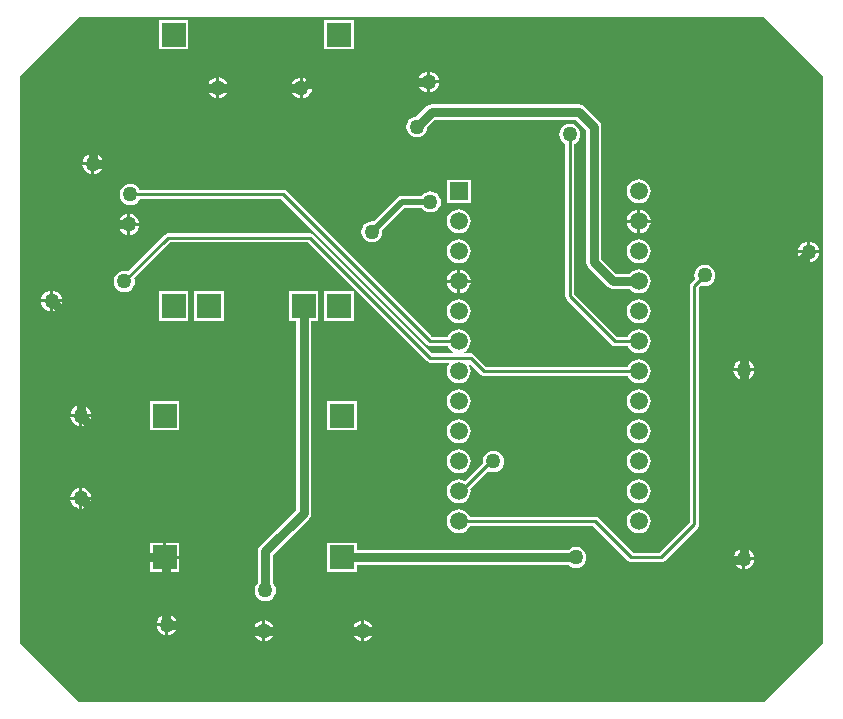
<source format=gbl>
G04*
G04 #@! TF.GenerationSoftware,Altium Limited,Altium Designer,19.0.9 (268)*
G04*
G04 Layer_Physical_Order=2*
G04 Layer_Color=16711680*
%FSLAX25Y25*%
%MOIN*%
G70*
G01*
G75*
%ADD13C,0.01000*%
%ADD32C,0.02000*%
%ADD33C,0.03000*%
%ADD34C,0.05906*%
%ADD35R,0.05906X0.05906*%
%ADD36R,0.07874X0.07874*%
%ADD37C,0.05000*%
G36*
X247780Y230660D02*
Y230650D01*
X267450Y210980D01*
Y22020D01*
X247770Y2340D01*
X19430D01*
Y2350D01*
X-240Y22020D01*
Y210990D01*
X19440Y230670D01*
X247780Y230660D01*
D02*
G37*
%LPC*%
G36*
X110996Y229713D02*
X101122D01*
Y219839D01*
X110996D01*
Y229713D01*
D02*
G37*
G36*
X55878D02*
X46004D01*
Y219839D01*
X55878D01*
Y229713D01*
D02*
G37*
G36*
X136409Y212464D02*
Y209500D01*
X139374D01*
X139319Y209914D01*
X138967Y210765D01*
X138406Y211496D01*
X137674Y212057D01*
X136823Y212410D01*
X136409Y212464D01*
D02*
G37*
G36*
X135409D02*
X134996Y212410D01*
X134144Y212057D01*
X133413Y211496D01*
X132852Y210765D01*
X132500Y209914D01*
X132445Y209500D01*
X135409D01*
Y212464D01*
D02*
G37*
G36*
X94000Y210464D02*
Y207500D01*
X96964D01*
X96910Y207914D01*
X96557Y208765D01*
X95996Y209496D01*
X95265Y210057D01*
X94414Y210410D01*
X94000Y210464D01*
D02*
G37*
G36*
X93000D02*
X92586Y210410D01*
X91735Y210057D01*
X91004Y209496D01*
X90443Y208765D01*
X90090Y207914D01*
X90036Y207500D01*
X93000D01*
Y210464D01*
D02*
G37*
G36*
X66220D02*
Y207500D01*
X69185D01*
X69130Y207914D01*
X68778Y208765D01*
X68217Y209496D01*
X67486Y210057D01*
X66634Y210410D01*
X66220Y210464D01*
D02*
G37*
G36*
X65220D02*
X64807Y210410D01*
X63955Y210057D01*
X63224Y209496D01*
X62663Y208765D01*
X62311Y207914D01*
X62256Y207500D01*
X65220D01*
Y210464D01*
D02*
G37*
G36*
X139374Y208500D02*
X136409D01*
Y205536D01*
X136823Y205590D01*
X137674Y205943D01*
X138406Y206504D01*
X138967Y207235D01*
X139319Y208086D01*
X139374Y208500D01*
D02*
G37*
G36*
X135409D02*
X132445D01*
X132500Y208086D01*
X132852Y207235D01*
X133413Y206504D01*
X134144Y205943D01*
X134996Y205590D01*
X135409Y205536D01*
Y208500D01*
D02*
G37*
G36*
X96964Y206500D02*
X94000D01*
Y203536D01*
X94414Y203590D01*
X95265Y203943D01*
X95996Y204504D01*
X96557Y205235D01*
X96910Y206086D01*
X96964Y206500D01*
D02*
G37*
G36*
X93000D02*
X90036D01*
X90090Y206086D01*
X90443Y205235D01*
X91004Y204504D01*
X91735Y203943D01*
X92586Y203590D01*
X93000Y203536D01*
Y206500D01*
D02*
G37*
G36*
X69185D02*
X66220D01*
Y203536D01*
X66634Y203590D01*
X67486Y203943D01*
X68217Y204504D01*
X68778Y205235D01*
X69130Y206086D01*
X69185Y206500D01*
D02*
G37*
G36*
X65220D02*
X62256D01*
X62311Y206086D01*
X62663Y205235D01*
X63224Y204504D01*
X63955Y203943D01*
X64807Y203590D01*
X65220Y203536D01*
Y206500D01*
D02*
G37*
G36*
X24500Y185181D02*
Y182217D01*
X27464D01*
X27410Y182630D01*
X27057Y183482D01*
X26496Y184213D01*
X25765Y184774D01*
X24914Y185126D01*
X24500Y185181D01*
D02*
G37*
G36*
X23500D02*
X23086Y185126D01*
X22235Y184774D01*
X21504Y184213D01*
X20943Y183482D01*
X20590Y182630D01*
X20536Y182217D01*
X23500D01*
Y185181D01*
D02*
G37*
G36*
X27464Y181217D02*
X24500D01*
Y178252D01*
X24914Y178307D01*
X25765Y178659D01*
X26496Y179220D01*
X27057Y179951D01*
X27410Y180803D01*
X27464Y181217D01*
D02*
G37*
G36*
X23500D02*
X20536D01*
X20590Y180803D01*
X20943Y179951D01*
X21504Y179220D01*
X22235Y178659D01*
X23086Y178307D01*
X23500Y178252D01*
Y181217D01*
D02*
G37*
G36*
X136500Y172530D02*
X135586Y172410D01*
X134735Y172057D01*
X134004Y171496D01*
X133653Y171039D01*
X127000D01*
X127000Y171039D01*
X126220Y170884D01*
X125558Y170442D01*
X125558Y170442D01*
X117571Y162455D01*
X117000Y162530D01*
X116086Y162410D01*
X115235Y162057D01*
X114504Y161496D01*
X113943Y160765D01*
X113590Y159914D01*
X113470Y159000D01*
X113590Y158086D01*
X113943Y157235D01*
X114504Y156504D01*
X115235Y155943D01*
X116086Y155590D01*
X117000Y155470D01*
X117914Y155590D01*
X118765Y155943D01*
X119496Y156504D01*
X120057Y157235D01*
X120410Y158086D01*
X120530Y159000D01*
X120455Y159571D01*
X127845Y166961D01*
X133653D01*
X134004Y166504D01*
X134735Y165943D01*
X135586Y165590D01*
X136500Y165470D01*
X137414Y165590D01*
X138265Y165943D01*
X138996Y166504D01*
X139557Y167235D01*
X139910Y168086D01*
X140030Y169000D01*
X139910Y169914D01*
X139557Y170765D01*
X138996Y171496D01*
X138265Y172057D01*
X137414Y172410D01*
X136500Y172530D01*
D02*
G37*
G36*
X149953Y176453D02*
X142047D01*
Y168547D01*
X149953D01*
Y176453D01*
D02*
G37*
G36*
X206000Y176487D02*
X204968Y176351D01*
X204007Y175953D01*
X203181Y175319D01*
X202547Y174493D01*
X202149Y173532D01*
X202013Y172500D01*
X202149Y171468D01*
X202547Y170507D01*
X203181Y169681D01*
X204007Y169047D01*
X204968Y168649D01*
X206000Y168513D01*
X207032Y168649D01*
X207993Y169047D01*
X208819Y169681D01*
X209453Y170507D01*
X209851Y171468D01*
X209987Y172500D01*
X209851Y173532D01*
X209453Y174493D01*
X208819Y175319D01*
X207993Y175953D01*
X207032Y176351D01*
X206000Y176487D01*
D02*
G37*
G36*
X206500Y166421D02*
Y163000D01*
X209921D01*
X209851Y163532D01*
X209453Y164493D01*
X208819Y165319D01*
X207993Y165953D01*
X207032Y166351D01*
X206500Y166421D01*
D02*
G37*
G36*
X205500D02*
X204968Y166351D01*
X204007Y165953D01*
X203181Y165319D01*
X202547Y164493D01*
X202149Y163532D01*
X202079Y163000D01*
X205500D01*
Y166421D01*
D02*
G37*
G36*
X36500Y164964D02*
Y162000D01*
X39464D01*
X39410Y162414D01*
X39057Y163265D01*
X38496Y163996D01*
X37765Y164557D01*
X36914Y164910D01*
X36500Y164964D01*
D02*
G37*
G36*
X35500D02*
X35086Y164910D01*
X34235Y164557D01*
X33504Y163996D01*
X32943Y163265D01*
X32590Y162414D01*
X32536Y162000D01*
X35500D01*
Y164964D01*
D02*
G37*
G36*
X209921Y162000D02*
X206500D01*
Y158579D01*
X207032Y158649D01*
X207993Y159047D01*
X208819Y159681D01*
X209453Y160507D01*
X209851Y161468D01*
X209921Y162000D01*
D02*
G37*
G36*
X205500D02*
X202079D01*
X202149Y161468D01*
X202547Y160507D01*
X203181Y159681D01*
X204007Y159047D01*
X204968Y158649D01*
X205500Y158579D01*
Y162000D01*
D02*
G37*
G36*
X146000Y166487D02*
X144968Y166351D01*
X144007Y165953D01*
X143181Y165319D01*
X142547Y164493D01*
X142149Y163532D01*
X142013Y162500D01*
X142149Y161468D01*
X142547Y160507D01*
X143181Y159681D01*
X144007Y159047D01*
X144968Y158649D01*
X146000Y158513D01*
X147032Y158649D01*
X147993Y159047D01*
X148819Y159681D01*
X149453Y160507D01*
X149851Y161468D01*
X149987Y162500D01*
X149851Y163532D01*
X149453Y164493D01*
X148819Y165319D01*
X147993Y165953D01*
X147032Y166351D01*
X146000Y166487D01*
D02*
G37*
G36*
X39464Y161000D02*
X36500D01*
Y158036D01*
X36914Y158090D01*
X37765Y158443D01*
X38496Y159004D01*
X39057Y159735D01*
X39410Y160586D01*
X39464Y161000D01*
D02*
G37*
G36*
X35500D02*
X32536D01*
X32590Y160586D01*
X32943Y159735D01*
X33504Y159004D01*
X34235Y158443D01*
X35086Y158090D01*
X35500Y158036D01*
Y161000D01*
D02*
G37*
G36*
X263126Y155838D02*
Y152874D01*
X266090D01*
X266036Y153288D01*
X265683Y154139D01*
X265122Y154870D01*
X264391Y155431D01*
X263540Y155784D01*
X263126Y155838D01*
D02*
G37*
G36*
X262126D02*
X261712Y155784D01*
X260861Y155431D01*
X260130Y154870D01*
X259569Y154139D01*
X259216Y153288D01*
X259162Y152874D01*
X262126D01*
Y155838D01*
D02*
G37*
G36*
X266090Y151874D02*
X263126D01*
Y148910D01*
X263540Y148964D01*
X264391Y149317D01*
X265122Y149878D01*
X265683Y150609D01*
X266036Y151460D01*
X266090Y151874D01*
D02*
G37*
G36*
X262126D02*
X259162D01*
X259216Y151460D01*
X259569Y150609D01*
X260130Y149878D01*
X260861Y149317D01*
X261712Y148964D01*
X262126Y148910D01*
Y151874D01*
D02*
G37*
G36*
X206000Y156487D02*
X204968Y156351D01*
X204007Y155953D01*
X203181Y155319D01*
X202547Y154493D01*
X202149Y153532D01*
X202013Y152500D01*
X202149Y151468D01*
X202547Y150507D01*
X203181Y149681D01*
X204007Y149047D01*
X204968Y148649D01*
X206000Y148513D01*
X207032Y148649D01*
X207993Y149047D01*
X208819Y149681D01*
X209453Y150507D01*
X209851Y151468D01*
X209987Y152500D01*
X209851Y153532D01*
X209453Y154493D01*
X208819Y155319D01*
X207993Y155953D01*
X207032Y156351D01*
X206000Y156487D01*
D02*
G37*
G36*
X146000D02*
X144968Y156351D01*
X144007Y155953D01*
X143181Y155319D01*
X142547Y154493D01*
X142149Y153532D01*
X142013Y152500D01*
X142149Y151468D01*
X142547Y150507D01*
X143181Y149681D01*
X144007Y149047D01*
X144968Y148649D01*
X146000Y148513D01*
X147032Y148649D01*
X147993Y149047D01*
X148819Y149681D01*
X149453Y150507D01*
X149851Y151468D01*
X149987Y152500D01*
X149851Y153532D01*
X149453Y154493D01*
X148819Y155319D01*
X147993Y155953D01*
X147032Y156351D01*
X146000Y156487D01*
D02*
G37*
G36*
X146500Y146421D02*
Y143000D01*
X149921D01*
X149851Y143532D01*
X149453Y144493D01*
X148819Y145319D01*
X147993Y145953D01*
X147032Y146351D01*
X146500Y146421D01*
D02*
G37*
G36*
X145500D02*
X144968Y146351D01*
X144007Y145953D01*
X143181Y145319D01*
X142547Y144493D01*
X142149Y143532D01*
X142079Y143000D01*
X145500D01*
Y146421D01*
D02*
G37*
G36*
X228000Y148030D02*
X227086Y147910D01*
X226235Y147557D01*
X225504Y146996D01*
X224943Y146265D01*
X224590Y145414D01*
X224470Y144500D01*
X224590Y143586D01*
X224688Y143351D01*
X223419Y142081D01*
X223087Y141585D01*
X222971Y141000D01*
Y62134D01*
X212866Y52029D01*
X204134D01*
X192581Y63581D01*
X192085Y63913D01*
X191500Y64029D01*
X149645D01*
X149453Y64493D01*
X148819Y65319D01*
X147993Y65953D01*
X147032Y66351D01*
X146000Y66487D01*
X144968Y66351D01*
X144007Y65953D01*
X143181Y65319D01*
X142547Y64493D01*
X142149Y63532D01*
X142013Y62500D01*
X142149Y61468D01*
X142547Y60507D01*
X143181Y59681D01*
X144007Y59047D01*
X144968Y58649D01*
X146000Y58513D01*
X147032Y58649D01*
X147993Y59047D01*
X148819Y59681D01*
X149453Y60507D01*
X149645Y60971D01*
X190866D01*
X202419Y49419D01*
X202915Y49087D01*
X203500Y48971D01*
X213500D01*
X214085Y49087D01*
X214581Y49419D01*
X225581Y60419D01*
X225913Y60915D01*
X226029Y61500D01*
Y140366D01*
X226851Y141188D01*
X227086Y141090D01*
X228000Y140970D01*
X228914Y141090D01*
X229765Y141443D01*
X230496Y142004D01*
X231057Y142735D01*
X231410Y143586D01*
X231530Y144500D01*
X231410Y145414D01*
X231057Y146265D01*
X230496Y146996D01*
X229765Y147557D01*
X228914Y147910D01*
X228000Y148030D01*
D02*
G37*
G36*
X149921Y142000D02*
X146500D01*
Y138579D01*
X147032Y138649D01*
X147993Y139047D01*
X148819Y139681D01*
X149453Y140507D01*
X149851Y141468D01*
X149921Y142000D01*
D02*
G37*
G36*
X145500D02*
X142079D01*
X142149Y141468D01*
X142547Y140507D01*
X143181Y139681D01*
X144007Y139047D01*
X144968Y138649D01*
X145500Y138579D01*
Y142000D01*
D02*
G37*
G36*
X186000Y201549D02*
X137000D01*
X136024Y201355D01*
X135198Y200802D01*
X131914Y197519D01*
X131086Y197410D01*
X130235Y197057D01*
X129504Y196496D01*
X128943Y195765D01*
X128590Y194914D01*
X128470Y194000D01*
X128590Y193086D01*
X128943Y192235D01*
X129504Y191504D01*
X130235Y190943D01*
X131086Y190590D01*
X132000Y190470D01*
X132914Y190590D01*
X133765Y190943D01*
X134496Y191504D01*
X135057Y192235D01*
X135410Y193086D01*
X135519Y193914D01*
X138056Y196451D01*
X184944D01*
X188451Y192944D01*
Y149000D01*
X188645Y148024D01*
X189198Y147198D01*
X195698Y140698D01*
X196525Y140145D01*
X197500Y139951D01*
X202974D01*
X203181Y139681D01*
X204007Y139047D01*
X204968Y138649D01*
X206000Y138513D01*
X207032Y138649D01*
X207993Y139047D01*
X208819Y139681D01*
X209453Y140507D01*
X209851Y141468D01*
X209987Y142500D01*
X209851Y143532D01*
X209453Y144493D01*
X208819Y145319D01*
X207993Y145953D01*
X207032Y146351D01*
X206000Y146487D01*
X204968Y146351D01*
X204007Y145953D01*
X203181Y145319D01*
X202974Y145049D01*
X198556D01*
X193549Y150056D01*
Y194000D01*
X193355Y194975D01*
X192802Y195802D01*
X187802Y200802D01*
X186976Y201355D01*
X186000Y201549D01*
D02*
G37*
G36*
X10789Y139464D02*
Y136500D01*
X13753D01*
X13699Y136914D01*
X13346Y137765D01*
X12785Y138496D01*
X12054Y139057D01*
X11202Y139410D01*
X10789Y139464D01*
D02*
G37*
G36*
X9789D02*
X9375Y139410D01*
X8523Y139057D01*
X7792Y138496D01*
X7231Y137765D01*
X6879Y136914D01*
X6824Y136500D01*
X9789D01*
Y139464D01*
D02*
G37*
G36*
X13753Y135500D02*
X10789D01*
Y132536D01*
X11202Y132590D01*
X12054Y132943D01*
X12785Y133504D01*
X13346Y134235D01*
X13699Y135086D01*
X13753Y135500D01*
D02*
G37*
G36*
X9789D02*
X6824D01*
X6879Y135086D01*
X7231Y134235D01*
X7792Y133504D01*
X8523Y132943D01*
X9375Y132590D01*
X9789Y132536D01*
Y135500D01*
D02*
G37*
G36*
X110996Y139161D02*
X101122D01*
Y129287D01*
X110996D01*
Y139161D01*
D02*
G37*
G36*
X67689D02*
X57815D01*
Y129287D01*
X67689D01*
Y139161D01*
D02*
G37*
G36*
X55878D02*
X46004D01*
Y129287D01*
X55878D01*
Y139161D01*
D02*
G37*
G36*
X206000Y136487D02*
X204968Y136351D01*
X204007Y135953D01*
X203181Y135319D01*
X202547Y134493D01*
X202149Y133532D01*
X202013Y132500D01*
X202149Y131468D01*
X202547Y130507D01*
X203181Y129681D01*
X204007Y129047D01*
X204968Y128649D01*
X206000Y128513D01*
X207032Y128649D01*
X207993Y129047D01*
X208819Y129681D01*
X209453Y130507D01*
X209851Y131468D01*
X209987Y132500D01*
X209851Y133532D01*
X209453Y134493D01*
X208819Y135319D01*
X207993Y135953D01*
X207032Y136351D01*
X206000Y136487D01*
D02*
G37*
G36*
X146000D02*
X144968Y136351D01*
X144007Y135953D01*
X143181Y135319D01*
X142547Y134493D01*
X142149Y133532D01*
X142013Y132500D01*
X142149Y131468D01*
X142547Y130507D01*
X143181Y129681D01*
X144007Y129047D01*
X144968Y128649D01*
X146000Y128513D01*
X147032Y128649D01*
X147993Y129047D01*
X148819Y129681D01*
X149453Y130507D01*
X149851Y131468D01*
X149987Y132500D01*
X149851Y133532D01*
X149453Y134493D01*
X148819Y135319D01*
X147993Y135953D01*
X147032Y136351D01*
X146000Y136487D01*
D02*
G37*
G36*
X183000Y195030D02*
X182086Y194910D01*
X181235Y194557D01*
X180504Y193996D01*
X179943Y193265D01*
X179590Y192414D01*
X179470Y191500D01*
X179590Y190586D01*
X179943Y189735D01*
X180504Y189004D01*
X181235Y188443D01*
X181471Y188345D01*
Y137500D01*
X181587Y136915D01*
X181919Y136419D01*
X196919Y121419D01*
X197415Y121087D01*
X198000Y120971D01*
X202355D01*
X202547Y120507D01*
X203181Y119681D01*
X204007Y119047D01*
X204968Y118649D01*
X206000Y118513D01*
X207032Y118649D01*
X207993Y119047D01*
X208819Y119681D01*
X209453Y120507D01*
X209851Y121468D01*
X209987Y122500D01*
X209851Y123532D01*
X209453Y124493D01*
X208819Y125319D01*
X207993Y125953D01*
X207032Y126351D01*
X206000Y126487D01*
X204968Y126351D01*
X204007Y125953D01*
X203181Y125319D01*
X202547Y124493D01*
X202355Y124029D01*
X198634D01*
X184529Y138134D01*
Y188345D01*
X184765Y188443D01*
X185496Y189004D01*
X186057Y189735D01*
X186410Y190586D01*
X186530Y191500D01*
X186410Y192414D01*
X186057Y193265D01*
X185496Y193996D01*
X184765Y194557D01*
X183914Y194910D01*
X183000Y195030D01*
D02*
G37*
G36*
X36500Y175030D02*
X35586Y174910D01*
X34735Y174557D01*
X34004Y173996D01*
X33443Y173265D01*
X33090Y172414D01*
X32970Y171500D01*
X33090Y170586D01*
X33443Y169735D01*
X34004Y169004D01*
X34735Y168443D01*
X35586Y168090D01*
X36500Y167970D01*
X37414Y168090D01*
X38265Y168443D01*
X38996Y169004D01*
X39557Y169735D01*
X39655Y169971D01*
X86866D01*
X135419Y121419D01*
X135915Y121087D01*
X136500Y120971D01*
X142355D01*
X142547Y120507D01*
X143181Y119681D01*
X144007Y119047D01*
X144164Y118982D01*
X144064Y118482D01*
X137181D01*
X97581Y158081D01*
X97085Y158413D01*
X96500Y158529D01*
X49000D01*
X48415Y158413D01*
X47919Y158081D01*
X35649Y145812D01*
X35414Y145910D01*
X34500Y146030D01*
X33586Y145910D01*
X32735Y145557D01*
X32004Y144996D01*
X31443Y144265D01*
X31090Y143414D01*
X30970Y142500D01*
X31090Y141586D01*
X31443Y140735D01*
X32004Y140004D01*
X32735Y139443D01*
X33586Y139090D01*
X34500Y138970D01*
X35414Y139090D01*
X36265Y139443D01*
X36996Y140004D01*
X37557Y140735D01*
X37910Y141586D01*
X38030Y142500D01*
X37910Y143414D01*
X37812Y143649D01*
X49633Y155471D01*
X95867D01*
X135466Y115871D01*
X135962Y115540D01*
X136547Y115423D01*
X142631D01*
X142877Y114923D01*
X142547Y114493D01*
X142149Y113532D01*
X142013Y112500D01*
X142149Y111468D01*
X142547Y110507D01*
X143181Y109681D01*
X144007Y109047D01*
X144968Y108649D01*
X146000Y108513D01*
X147032Y108649D01*
X147993Y109047D01*
X148819Y109681D01*
X149453Y110507D01*
X149851Y111468D01*
X149987Y112500D01*
X149851Y113532D01*
X149453Y114493D01*
X149433Y114519D01*
X149647Y115061D01*
X149757Y115080D01*
X153419Y111419D01*
X153915Y111087D01*
X154500Y110971D01*
X202355D01*
X202547Y110507D01*
X203181Y109681D01*
X204007Y109047D01*
X204968Y108649D01*
X206000Y108513D01*
X207032Y108649D01*
X207993Y109047D01*
X208819Y109681D01*
X209453Y110507D01*
X209851Y111468D01*
X209987Y112500D01*
X209851Y113532D01*
X209453Y114493D01*
X208819Y115319D01*
X207993Y115953D01*
X207032Y116351D01*
X206000Y116487D01*
X204968Y116351D01*
X204007Y115953D01*
X203181Y115319D01*
X202547Y114493D01*
X202355Y114029D01*
X155133D01*
X151129Y118034D01*
X150633Y118366D01*
X150047Y118482D01*
X147936D01*
X147836Y118982D01*
X147993Y119047D01*
X148819Y119681D01*
X149453Y120507D01*
X149851Y121468D01*
X149987Y122500D01*
X149851Y123532D01*
X149453Y124493D01*
X148819Y125319D01*
X147993Y125953D01*
X147032Y126351D01*
X146000Y126487D01*
X144968Y126351D01*
X144007Y125953D01*
X143181Y125319D01*
X142547Y124493D01*
X142355Y124029D01*
X137134D01*
X88581Y172581D01*
X88085Y172913D01*
X87500Y173029D01*
X39655D01*
X39557Y173265D01*
X38996Y173996D01*
X38265Y174557D01*
X37414Y174910D01*
X36500Y175030D01*
D02*
G37*
G36*
X241500Y116464D02*
Y113500D01*
X244464D01*
X244410Y113914D01*
X244057Y114765D01*
X243496Y115496D01*
X242765Y116057D01*
X241914Y116410D01*
X241500Y116464D01*
D02*
G37*
G36*
X240500D02*
X240086Y116410D01*
X239235Y116057D01*
X238504Y115496D01*
X237943Y114765D01*
X237590Y113914D01*
X237536Y113500D01*
X240500D01*
Y116464D01*
D02*
G37*
G36*
X244464Y112500D02*
X241500D01*
Y109536D01*
X241914Y109590D01*
X242765Y109943D01*
X243496Y110504D01*
X244057Y111235D01*
X244410Y112086D01*
X244464Y112500D01*
D02*
G37*
G36*
X240500D02*
X237536D01*
X237590Y112086D01*
X237943Y111235D01*
X238504Y110504D01*
X239235Y109943D01*
X240086Y109590D01*
X240500Y109536D01*
Y112500D01*
D02*
G37*
G36*
X206000Y106487D02*
X204968Y106351D01*
X204007Y105953D01*
X203181Y105319D01*
X202547Y104493D01*
X202149Y103532D01*
X202013Y102500D01*
X202149Y101468D01*
X202547Y100507D01*
X203181Y99681D01*
X204007Y99047D01*
X204968Y98649D01*
X206000Y98513D01*
X207032Y98649D01*
X207993Y99047D01*
X208819Y99681D01*
X209453Y100507D01*
X209851Y101468D01*
X209987Y102500D01*
X209851Y103532D01*
X209453Y104493D01*
X208819Y105319D01*
X207993Y105953D01*
X207032Y106351D01*
X206000Y106487D01*
D02*
G37*
G36*
X146000D02*
X144968Y106351D01*
X144007Y105953D01*
X143181Y105319D01*
X142547Y104493D01*
X142149Y103532D01*
X142013Y102500D01*
X142149Y101468D01*
X142547Y100507D01*
X143181Y99681D01*
X144007Y99047D01*
X144968Y98649D01*
X146000Y98513D01*
X147032Y98649D01*
X147993Y99047D01*
X148819Y99681D01*
X149453Y100507D01*
X149851Y101468D01*
X149987Y102500D01*
X149851Y103532D01*
X149453Y104493D01*
X148819Y105319D01*
X147993Y105953D01*
X147032Y106351D01*
X146000Y106487D01*
D02*
G37*
G36*
X20500Y101208D02*
Y98244D01*
X23464D01*
X23410Y98658D01*
X23057Y99509D01*
X22496Y100240D01*
X21765Y100801D01*
X20914Y101154D01*
X20500Y101208D01*
D02*
G37*
G36*
X19500D02*
X19086Y101154D01*
X18235Y100801D01*
X17504Y100240D01*
X16943Y99509D01*
X16590Y98658D01*
X16536Y98244D01*
X19500D01*
Y101208D01*
D02*
G37*
G36*
X23464Y97244D02*
X20500D01*
Y94280D01*
X20914Y94334D01*
X21765Y94687D01*
X22496Y95248D01*
X23057Y95979D01*
X23410Y96830D01*
X23464Y97244D01*
D02*
G37*
G36*
X19500D02*
X16536D01*
X16590Y96830D01*
X16943Y95979D01*
X17504Y95248D01*
X18235Y94687D01*
X19086Y94334D01*
X19500Y94280D01*
Y97244D01*
D02*
G37*
G36*
X111937Y102681D02*
X102063D01*
Y92807D01*
X111937D01*
Y102681D01*
D02*
G37*
G36*
X52882D02*
X43008D01*
Y92807D01*
X52882D01*
Y102681D01*
D02*
G37*
G36*
X206000Y96487D02*
X204968Y96351D01*
X204007Y95953D01*
X203181Y95319D01*
X202547Y94493D01*
X202149Y93532D01*
X202013Y92500D01*
X202149Y91468D01*
X202547Y90507D01*
X203181Y89681D01*
X204007Y89047D01*
X204968Y88649D01*
X206000Y88513D01*
X207032Y88649D01*
X207993Y89047D01*
X208819Y89681D01*
X209453Y90507D01*
X209851Y91468D01*
X209987Y92500D01*
X209851Y93532D01*
X209453Y94493D01*
X208819Y95319D01*
X207993Y95953D01*
X207032Y96351D01*
X206000Y96487D01*
D02*
G37*
G36*
X146000D02*
X144968Y96351D01*
X144007Y95953D01*
X143181Y95319D01*
X142547Y94493D01*
X142149Y93532D01*
X142013Y92500D01*
X142149Y91468D01*
X142547Y90507D01*
X143181Y89681D01*
X144007Y89047D01*
X144968Y88649D01*
X146000Y88513D01*
X147032Y88649D01*
X147993Y89047D01*
X148819Y89681D01*
X149453Y90507D01*
X149851Y91468D01*
X149987Y92500D01*
X149851Y93532D01*
X149453Y94493D01*
X148819Y95319D01*
X147993Y95953D01*
X147032Y96351D01*
X146000Y96487D01*
D02*
G37*
G36*
X157547Y86030D02*
X156634Y85910D01*
X155782Y85557D01*
X155051Y84996D01*
X154490Y84265D01*
X154137Y83414D01*
X154017Y82500D01*
X154086Y81975D01*
X148033Y75922D01*
X147993Y75953D01*
X147032Y76351D01*
X146000Y76487D01*
X144968Y76351D01*
X144007Y75953D01*
X143181Y75319D01*
X142547Y74493D01*
X142149Y73532D01*
X142013Y72500D01*
X142149Y71468D01*
X142547Y70507D01*
X143181Y69681D01*
X144007Y69047D01*
X144968Y68649D01*
X146000Y68513D01*
X147032Y68649D01*
X147993Y69047D01*
X148819Y69681D01*
X149453Y70507D01*
X149851Y71468D01*
X149987Y72500D01*
X149865Y73428D01*
X155851Y79414D01*
X156634Y79090D01*
X157547Y78970D01*
X158461Y79090D01*
X159312Y79443D01*
X160044Y80004D01*
X160605Y80735D01*
X160957Y81586D01*
X161077Y82500D01*
X160957Y83414D01*
X160605Y84265D01*
X160044Y84996D01*
X159312Y85557D01*
X158461Y85910D01*
X157547Y86030D01*
D02*
G37*
G36*
X206000Y86487D02*
X204968Y86351D01*
X204007Y85953D01*
X203181Y85319D01*
X202547Y84493D01*
X202149Y83532D01*
X202013Y82500D01*
X202149Y81468D01*
X202547Y80507D01*
X203181Y79681D01*
X204007Y79047D01*
X204968Y78649D01*
X206000Y78513D01*
X207032Y78649D01*
X207993Y79047D01*
X208819Y79681D01*
X209453Y80507D01*
X209851Y81468D01*
X209987Y82500D01*
X209851Y83532D01*
X209453Y84493D01*
X208819Y85319D01*
X207993Y85953D01*
X207032Y86351D01*
X206000Y86487D01*
D02*
G37*
G36*
X146000D02*
X144968Y86351D01*
X144007Y85953D01*
X143181Y85319D01*
X142547Y84493D01*
X142149Y83532D01*
X142013Y82500D01*
X142149Y81468D01*
X142547Y80507D01*
X143181Y79681D01*
X144007Y79047D01*
X144968Y78649D01*
X146000Y78513D01*
X147032Y78649D01*
X147993Y79047D01*
X148819Y79681D01*
X149453Y80507D01*
X149851Y81468D01*
X149987Y82500D01*
X149851Y83532D01*
X149453Y84493D01*
X148819Y85319D01*
X147993Y85953D01*
X147032Y86351D01*
X146000Y86487D01*
D02*
G37*
G36*
X20500Y73685D02*
Y70720D01*
X23464D01*
X23410Y71134D01*
X23057Y71986D01*
X22496Y72717D01*
X21765Y73278D01*
X20914Y73630D01*
X20500Y73685D01*
D02*
G37*
G36*
X19500D02*
X19086Y73630D01*
X18235Y73278D01*
X17504Y72717D01*
X16943Y71986D01*
X16590Y71134D01*
X16536Y70720D01*
X19500D01*
Y73685D01*
D02*
G37*
G36*
X206000Y76487D02*
X204968Y76351D01*
X204007Y75953D01*
X203181Y75319D01*
X202547Y74493D01*
X202149Y73532D01*
X202013Y72500D01*
X202149Y71468D01*
X202547Y70507D01*
X203181Y69681D01*
X204007Y69047D01*
X204968Y68649D01*
X206000Y68513D01*
X207032Y68649D01*
X207993Y69047D01*
X208819Y69681D01*
X209453Y70507D01*
X209851Y71468D01*
X209987Y72500D01*
X209851Y73532D01*
X209453Y74493D01*
X208819Y75319D01*
X207993Y75953D01*
X207032Y76351D01*
X206000Y76487D01*
D02*
G37*
G36*
X23464Y69721D02*
X20500D01*
Y66756D01*
X20914Y66811D01*
X21765Y67163D01*
X22496Y67724D01*
X23057Y68455D01*
X23410Y69307D01*
X23464Y69721D01*
D02*
G37*
G36*
X19500D02*
X16536D01*
X16590Y69307D01*
X16943Y68455D01*
X17504Y67724D01*
X18235Y67163D01*
X19086Y66811D01*
X19500Y66756D01*
Y69721D01*
D02*
G37*
G36*
X206000Y66487D02*
X204968Y66351D01*
X204007Y65953D01*
X203181Y65319D01*
X202547Y64493D01*
X202149Y63532D01*
X202013Y62500D01*
X202149Y61468D01*
X202547Y60507D01*
X203181Y59681D01*
X204007Y59047D01*
X204968Y58649D01*
X206000Y58513D01*
X207032Y58649D01*
X207993Y59047D01*
X208819Y59681D01*
X209453Y60507D01*
X209851Y61468D01*
X209987Y62500D01*
X209851Y63532D01*
X209453Y64493D01*
X208819Y65319D01*
X207993Y65953D01*
X207032Y66351D01*
X206000Y66487D01*
D02*
G37*
G36*
X52882Y55437D02*
X48445D01*
Y51000D01*
X52882D01*
Y55437D01*
D02*
G37*
G36*
X47445D02*
X43008D01*
Y51000D01*
X47445D01*
Y55437D01*
D02*
G37*
G36*
X241500Y53464D02*
Y50500D01*
X244464D01*
X244410Y50914D01*
X244057Y51765D01*
X243496Y52496D01*
X242765Y53057D01*
X241914Y53410D01*
X241500Y53464D01*
D02*
G37*
G36*
X240500D02*
X240086Y53410D01*
X239235Y53057D01*
X238504Y52496D01*
X237943Y51765D01*
X237590Y50914D01*
X237536Y50500D01*
X240500D01*
Y53464D01*
D02*
G37*
G36*
X111937Y55437D02*
X102063D01*
Y45563D01*
X111937D01*
Y47951D01*
X182572D01*
X183235Y47443D01*
X184086Y47090D01*
X185000Y46970D01*
X185914Y47090D01*
X186765Y47443D01*
X187496Y48004D01*
X188057Y48735D01*
X188410Y49586D01*
X188530Y50500D01*
X188410Y51414D01*
X188057Y52265D01*
X187496Y52996D01*
X186765Y53557D01*
X185914Y53910D01*
X185000Y54030D01*
X184086Y53910D01*
X183235Y53557D01*
X182572Y53049D01*
X111937D01*
Y55437D01*
D02*
G37*
G36*
X244464Y49500D02*
X241500D01*
Y46536D01*
X241914Y46590D01*
X242765Y46943D01*
X243496Y47504D01*
X244057Y48235D01*
X244410Y49086D01*
X244464Y49500D01*
D02*
G37*
G36*
X240500D02*
X237536D01*
X237590Y49086D01*
X237943Y48235D01*
X238504Y47504D01*
X239235Y46943D01*
X240086Y46590D01*
X240500Y46536D01*
Y49500D01*
D02*
G37*
G36*
X52882Y50000D02*
X48445D01*
Y45563D01*
X52882D01*
Y50000D01*
D02*
G37*
G36*
X47445D02*
X43008D01*
Y45563D01*
X47445D01*
Y50000D01*
D02*
G37*
G36*
X99185Y139161D02*
X89311D01*
Y129287D01*
X91699D01*
Y66304D01*
X79698Y54302D01*
X79145Y53475D01*
X78951Y52500D01*
Y41927D01*
X78443Y41265D01*
X78090Y40414D01*
X77970Y39500D01*
X78090Y38586D01*
X78443Y37735D01*
X79004Y37004D01*
X79735Y36443D01*
X80586Y36090D01*
X81500Y35970D01*
X82414Y36090D01*
X83265Y36443D01*
X83996Y37004D01*
X84557Y37735D01*
X84910Y38586D01*
X85030Y39500D01*
X84910Y40414D01*
X84557Y41265D01*
X84049Y41927D01*
Y51444D01*
X96050Y63446D01*
X96603Y64273D01*
X96797Y65248D01*
Y129287D01*
X99185D01*
Y139161D01*
D02*
G37*
G36*
X49220Y31464D02*
Y28500D01*
X52185D01*
X52130Y28914D01*
X51778Y29765D01*
X51217Y30496D01*
X50486Y31057D01*
X49634Y31410D01*
X49220Y31464D01*
D02*
G37*
G36*
X48221D02*
X47807Y31410D01*
X46955Y31057D01*
X46224Y30496D01*
X45663Y29765D01*
X45311Y28914D01*
X45256Y28500D01*
X48221D01*
Y31464D01*
D02*
G37*
G36*
X114500Y29464D02*
Y26500D01*
X117464D01*
X117410Y26914D01*
X117057Y27765D01*
X116496Y28496D01*
X115765Y29057D01*
X114914Y29410D01*
X114500Y29464D01*
D02*
G37*
G36*
X113500D02*
X113086Y29410D01*
X112235Y29057D01*
X111504Y28496D01*
X110943Y27765D01*
X110590Y26914D01*
X110536Y26500D01*
X113500D01*
Y29464D01*
D02*
G37*
G36*
X81500D02*
Y26500D01*
X84464D01*
X84410Y26914D01*
X84057Y27765D01*
X83496Y28496D01*
X82765Y29057D01*
X81914Y29410D01*
X81500Y29464D01*
D02*
G37*
G36*
X80500D02*
X80086Y29410D01*
X79235Y29057D01*
X78504Y28496D01*
X77943Y27765D01*
X77590Y26914D01*
X77536Y26500D01*
X80500D01*
Y29464D01*
D02*
G37*
G36*
X52185Y27500D02*
X49220D01*
Y24536D01*
X49634Y24590D01*
X50486Y24943D01*
X51217Y25504D01*
X51778Y26235D01*
X52130Y27086D01*
X52185Y27500D01*
D02*
G37*
G36*
X48221D02*
X45256D01*
X45311Y27086D01*
X45663Y26235D01*
X46224Y25504D01*
X46955Y24943D01*
X47807Y24590D01*
X48221Y24536D01*
Y27500D01*
D02*
G37*
G36*
X117464Y25500D02*
X114500D01*
Y22536D01*
X114914Y22590D01*
X115765Y22943D01*
X116496Y23504D01*
X117057Y24235D01*
X117410Y25086D01*
X117464Y25500D01*
D02*
G37*
G36*
X113500D02*
X110536D01*
X110590Y25086D01*
X110943Y24235D01*
X111504Y23504D01*
X112235Y22943D01*
X113086Y22590D01*
X113500Y22536D01*
Y25500D01*
D02*
G37*
G36*
X84464D02*
X81500D01*
Y22536D01*
X81914Y22590D01*
X82765Y22943D01*
X83496Y23504D01*
X84057Y24235D01*
X84410Y25086D01*
X84464Y25500D01*
D02*
G37*
G36*
X80500D02*
X77536D01*
X77590Y25086D01*
X77943Y24235D01*
X78504Y23504D01*
X79235Y22943D01*
X80086Y22590D01*
X80500Y22536D01*
Y25500D01*
D02*
G37*
%LPD*%
D13*
X136500Y122500D02*
X146000D01*
X87500Y171500D02*
X136500Y122500D01*
X36500Y171500D02*
X87500D01*
X136547Y116953D02*
X150047D01*
X96500Y157000D02*
X136547Y116953D01*
X183000Y137500D02*
X198000Y122500D01*
X183000Y137500D02*
Y191500D01*
X198000Y122500D02*
X206000D01*
X34500Y142500D02*
X49000Y157000D01*
X96500D01*
X150047Y116953D02*
X154500Y112500D01*
X206000D01*
X224500Y141000D02*
X228000Y144500D01*
X224500Y61500D02*
Y141000D01*
X213500Y50500D02*
X224500Y61500D01*
X203500Y50500D02*
X213500D01*
X191500Y62500D02*
X203500Y50500D01*
X146000Y62500D02*
X191500D01*
X156774Y82500D02*
X157547D01*
X146774Y72500D02*
X156774Y82500D01*
X146000Y72500D02*
X146774D01*
D32*
X117000Y159000D02*
X127000Y169000D01*
X136500D01*
D33*
X218236Y49472D02*
X241000D01*
Y50000D02*
Y113000D01*
Y49472D02*
Y50000D01*
Y113000D02*
Y130748D01*
X262626Y152374D01*
X114000Y26000D02*
X194764D01*
X218236Y49472D01*
X81000Y26000D02*
X114000D01*
X48338Y28383D02*
X48720Y28000D01*
X48338Y28383D02*
Y50107D01*
X47945Y50500D02*
X48338Y50107D01*
X55721Y28000D02*
X57721Y26000D01*
X81000D01*
X48720Y28000D02*
X55721D01*
X27500Y92000D02*
Y157000D01*
Y62721D02*
Y92000D01*
X25744D02*
X27500D01*
X20000Y97744D02*
X25744Y92000D01*
X27500Y58500D02*
Y62721D01*
X20000Y70221D02*
X27500Y62721D01*
X20000Y97744D02*
Y126289D01*
X10289Y136000D02*
X20000Y126289D01*
X32283Y181717D02*
X33500Y180500D01*
X24000Y181717D02*
X32283D01*
X24000Y190000D02*
X41000Y207000D01*
X24000Y181717D02*
Y190000D01*
X41000Y207000D02*
X65720D01*
X93500D01*
X96041Y209000D02*
X135909D01*
X35500Y50500D02*
X47945D01*
X27500Y58500D02*
X35500Y50500D01*
X27500Y157000D02*
X32000Y161500D01*
X132000Y194000D02*
X137000Y199000D01*
X186000D01*
X32000Y161500D02*
X36000D01*
X27500Y174500D02*
X33500Y180500D01*
X27500Y166000D02*
Y174500D01*
X81500Y52500D02*
X94248Y65248D01*
X81500Y39500D02*
Y52500D01*
X94248Y65248D02*
Y134224D01*
X186000Y199000D02*
X191000Y194000D01*
Y149000D02*
Y194000D01*
Y149000D02*
X197500Y142500D01*
X206000D01*
X27500Y166000D02*
X32000Y161500D01*
X107000Y50500D02*
X185000D01*
D34*
X206000Y172500D02*
D03*
Y162500D02*
D03*
Y152500D02*
D03*
Y142500D02*
D03*
Y132500D02*
D03*
Y122500D02*
D03*
Y112500D02*
D03*
Y102500D02*
D03*
Y92500D02*
D03*
Y82500D02*
D03*
Y72500D02*
D03*
Y62500D02*
D03*
X146000D02*
D03*
Y72500D02*
D03*
Y82500D02*
D03*
Y92500D02*
D03*
Y102500D02*
D03*
Y112500D02*
D03*
Y122500D02*
D03*
Y132500D02*
D03*
Y142500D02*
D03*
Y152500D02*
D03*
Y162500D02*
D03*
D35*
Y172500D02*
D03*
D36*
X107000Y97744D02*
D03*
Y50500D02*
D03*
X47945Y97744D02*
D03*
Y50500D02*
D03*
X106059Y134224D02*
D03*
X50941D02*
D03*
X62752D02*
D03*
X94248D02*
D03*
X50941Y224776D02*
D03*
X106059D02*
D03*
D37*
X241000Y50000D02*
D03*
Y113000D02*
D03*
X135909Y209000D02*
D03*
X262626Y152374D02*
D03*
X20000Y70221D02*
D03*
Y97744D02*
D03*
X10289Y136000D02*
D03*
X24000Y181717D02*
D03*
X93500Y207000D02*
D03*
X65720D02*
D03*
X114000Y26000D02*
D03*
X81000D02*
D03*
X48720Y28000D02*
D03*
X81500Y39500D02*
D03*
X132000Y194000D02*
D03*
X183000Y191500D02*
D03*
X36000Y161500D02*
D03*
X117000Y159000D02*
D03*
X136500Y169000D02*
D03*
X185000Y50500D02*
D03*
X34500Y142500D02*
D03*
X36500Y171500D02*
D03*
X228000Y144500D02*
D03*
X157547Y82500D02*
D03*
M02*

</source>
